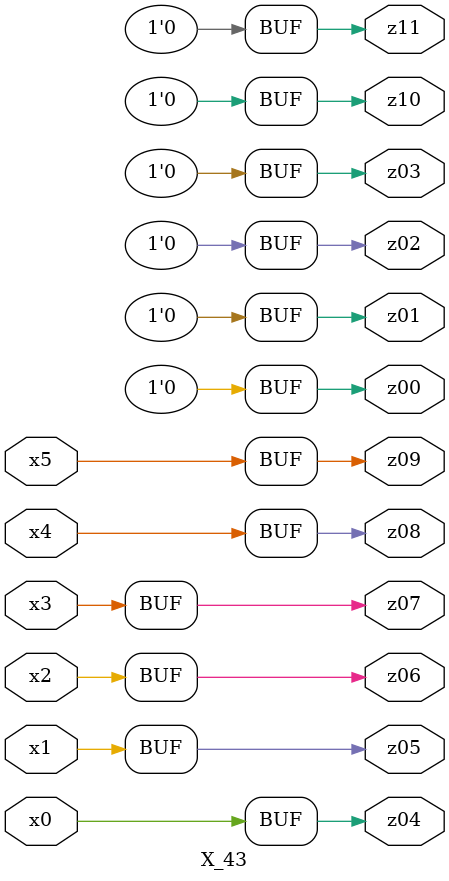
<source format=v>

module X_43 ( 
    x0, x1, x2, x3, x4, x5,
    z00, z01, z02, z03, z04, z05, z06, z07, z08, z09, z10, z11  );
  input  x0, x1, x2, x3, x4, x5;
  output z00, z01, z02, z03, z04, z05, z06, z07, z08, z09, z10, z11;
  assign z00 = 1'b0;
  assign z01 = 1'b0;
  assign z02 = 1'b0;
  assign z03 = 1'b0;
  assign z04 = x0;
  assign z05 = x1;
  assign z06 = x2;
  assign z07 = x3;
  assign z08 = x4;
  assign z09 = x5;
  assign z10 = 1'b0;
  assign z11 = 1'b0;
endmodule



</source>
